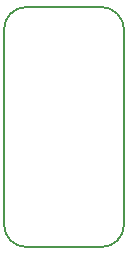
<source format=gm1>
G04 #@! TF.GenerationSoftware,KiCad,Pcbnew,(5.1.10)-1*
G04 #@! TF.CreationDate,2021-12-10T13:32:49-08:00*
G04 #@! TF.ProjectId,INA219_Breakout,494e4132-3139-45f4-9272-65616b6f7574,rev?*
G04 #@! TF.SameCoordinates,Original*
G04 #@! TF.FileFunction,Profile,NP*
%FSLAX46Y46*%
G04 Gerber Fmt 4.6, Leading zero omitted, Abs format (unit mm)*
G04 Created by KiCad (PCBNEW (5.1.10)-1) date 2021-12-10 13:32:49*
%MOMM*%
%LPD*%
G01*
G04 APERTURE LIST*
G04 #@! TA.AperFunction,Profile*
%ADD10C,0.150000*%
G04 #@! TD*
G04 APERTURE END LIST*
D10*
X99695000Y-121285000D02*
X99695000Y-137795000D01*
X107950000Y-119380000D02*
X101600000Y-119380000D01*
X109855000Y-137795000D02*
X109855000Y-121285000D01*
X101600000Y-139700000D02*
X107950000Y-139700000D01*
X99695000Y-121285000D02*
G75*
G02*
X101600000Y-119380000I1905000J0D01*
G01*
X101600000Y-139700000D02*
G75*
G02*
X99695000Y-137795000I0J1905000D01*
G01*
X107950000Y-119380000D02*
G75*
G02*
X109855000Y-121285000I0J-1905000D01*
G01*
X109855000Y-137795000D02*
G75*
G02*
X107950000Y-139700000I-1905000J0D01*
G01*
M02*

</source>
